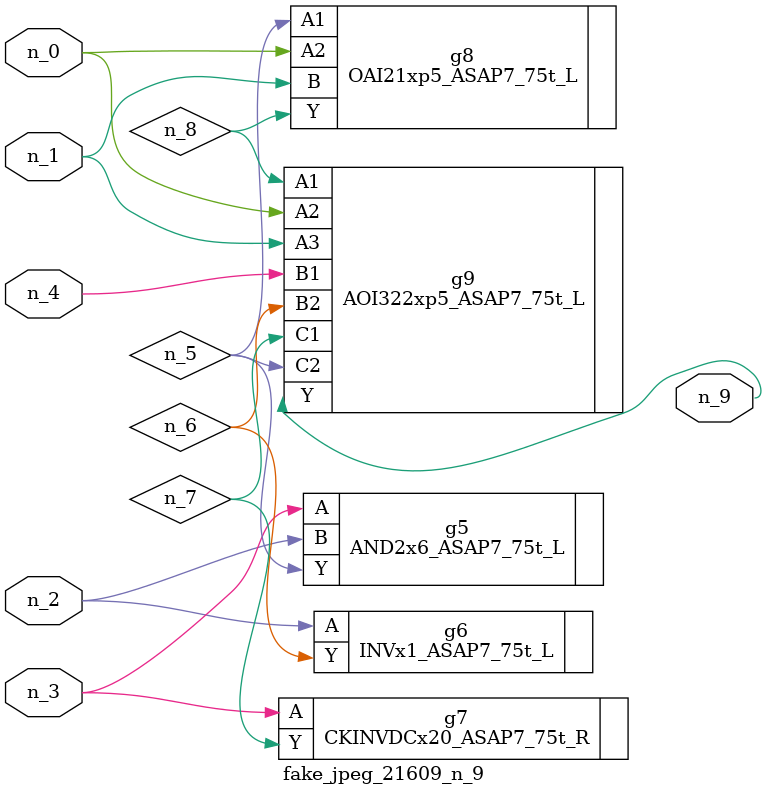
<source format=v>
module fake_jpeg_21609_n_9 (n_3, n_2, n_1, n_0, n_4, n_9);

input n_3;
input n_2;
input n_1;
input n_0;
input n_4;

output n_9;

wire n_8;
wire n_6;
wire n_5;
wire n_7;

AND2x6_ASAP7_75t_L g5 ( 
.A(n_3),
.B(n_2),
.Y(n_5)
);

INVx1_ASAP7_75t_L g6 ( 
.A(n_2),
.Y(n_6)
);

CKINVDCx20_ASAP7_75t_R g7 ( 
.A(n_3),
.Y(n_7)
);

OAI21xp5_ASAP7_75t_L g8 ( 
.A1(n_5),
.A2(n_0),
.B(n_1),
.Y(n_8)
);

AOI322xp5_ASAP7_75t_L g9 ( 
.A1(n_8),
.A2(n_0),
.A3(n_1),
.B1(n_4),
.B2(n_6),
.C1(n_7),
.C2(n_5),
.Y(n_9)
);


endmodule
</source>
